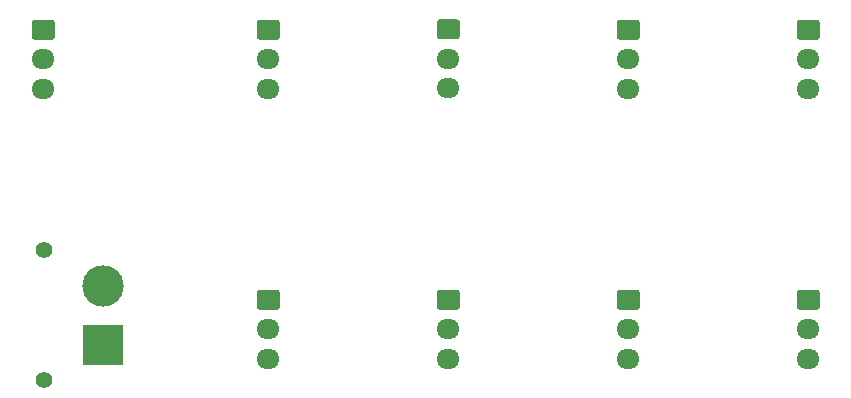
<source format=gbr>
%TF.GenerationSoftware,KiCad,Pcbnew,(5.1.9)-1*%
%TF.CreationDate,2021-07-19T11:38:20+01:00*%
%TF.ProjectId,2S-parallel-board,32532d70-6172-4616-9c6c-656c2d626f61,rev?*%
%TF.SameCoordinates,Original*%
%TF.FileFunction,Soldermask,Bot*%
%TF.FilePolarity,Negative*%
%FSLAX46Y46*%
G04 Gerber Fmt 4.6, Leading zero omitted, Abs format (unit mm)*
G04 Created by KiCad (PCBNEW (5.1.9)-1) date 2021-07-19 11:38:20*
%MOMM*%
%LPD*%
G01*
G04 APERTURE LIST*
%ADD10C,3.500000*%
%ADD11R,3.500000X3.500000*%
%ADD12C,1.400000*%
%ADD13O,1.950000X1.700000*%
G04 APERTURE END LIST*
D10*
%TO.C,J9*%
X91440000Y-120730000D03*
D11*
X91440000Y-125730000D03*
D12*
X86440000Y-117730000D03*
X86440000Y-128730000D03*
%TD*%
D13*
%TO.C,J10*%
X86360000Y-104060000D03*
X86360000Y-101560000D03*
G36*
G01*
X85635000Y-98210000D02*
X87085000Y-98210000D01*
G75*
G02*
X87335000Y-98460000I0J-250000D01*
G01*
X87335000Y-99660000D01*
G75*
G02*
X87085000Y-99910000I-250000J0D01*
G01*
X85635000Y-99910000D01*
G75*
G02*
X85385000Y-99660000I0J250000D01*
G01*
X85385000Y-98460000D01*
G75*
G02*
X85635000Y-98210000I250000J0D01*
G01*
G37*
%TD*%
%TO.C,J8*%
X151130000Y-126920000D03*
X151130000Y-124420000D03*
G36*
G01*
X150405000Y-121070000D02*
X151855000Y-121070000D01*
G75*
G02*
X152105000Y-121320000I0J-250000D01*
G01*
X152105000Y-122520000D01*
G75*
G02*
X151855000Y-122770000I-250000J0D01*
G01*
X150405000Y-122770000D01*
G75*
G02*
X150155000Y-122520000I0J250000D01*
G01*
X150155000Y-121320000D01*
G75*
G02*
X150405000Y-121070000I250000J0D01*
G01*
G37*
%TD*%
%TO.C,J7*%
X135890000Y-126920000D03*
X135890000Y-124420000D03*
G36*
G01*
X135165000Y-121070000D02*
X136615000Y-121070000D01*
G75*
G02*
X136865000Y-121320000I0J-250000D01*
G01*
X136865000Y-122520000D01*
G75*
G02*
X136615000Y-122770000I-250000J0D01*
G01*
X135165000Y-122770000D01*
G75*
G02*
X134915000Y-122520000I0J250000D01*
G01*
X134915000Y-121320000D01*
G75*
G02*
X135165000Y-121070000I250000J0D01*
G01*
G37*
%TD*%
%TO.C,J6*%
X120650000Y-126920000D03*
X120650000Y-124420000D03*
G36*
G01*
X119925000Y-121070000D02*
X121375000Y-121070000D01*
G75*
G02*
X121625000Y-121320000I0J-250000D01*
G01*
X121625000Y-122520000D01*
G75*
G02*
X121375000Y-122770000I-250000J0D01*
G01*
X119925000Y-122770000D01*
G75*
G02*
X119675000Y-122520000I0J250000D01*
G01*
X119675000Y-121320000D01*
G75*
G02*
X119925000Y-121070000I250000J0D01*
G01*
G37*
%TD*%
%TO.C,J5*%
X105410000Y-126920000D03*
X105410000Y-124420000D03*
G36*
G01*
X104685000Y-121070000D02*
X106135000Y-121070000D01*
G75*
G02*
X106385000Y-121320000I0J-250000D01*
G01*
X106385000Y-122520000D01*
G75*
G02*
X106135000Y-122770000I-250000J0D01*
G01*
X104685000Y-122770000D01*
G75*
G02*
X104435000Y-122520000I0J250000D01*
G01*
X104435000Y-121320000D01*
G75*
G02*
X104685000Y-121070000I250000J0D01*
G01*
G37*
%TD*%
%TO.C,J4*%
X151130000Y-104060000D03*
X151130000Y-101560000D03*
G36*
G01*
X150405000Y-98210000D02*
X151855000Y-98210000D01*
G75*
G02*
X152105000Y-98460000I0J-250000D01*
G01*
X152105000Y-99660000D01*
G75*
G02*
X151855000Y-99910000I-250000J0D01*
G01*
X150405000Y-99910000D01*
G75*
G02*
X150155000Y-99660000I0J250000D01*
G01*
X150155000Y-98460000D01*
G75*
G02*
X150405000Y-98210000I250000J0D01*
G01*
G37*
%TD*%
%TO.C,J3*%
X135890000Y-104060000D03*
X135890000Y-101560000D03*
G36*
G01*
X135165000Y-98210000D02*
X136615000Y-98210000D01*
G75*
G02*
X136865000Y-98460000I0J-250000D01*
G01*
X136865000Y-99660000D01*
G75*
G02*
X136615000Y-99910000I-250000J0D01*
G01*
X135165000Y-99910000D01*
G75*
G02*
X134915000Y-99660000I0J250000D01*
G01*
X134915000Y-98460000D01*
G75*
G02*
X135165000Y-98210000I250000J0D01*
G01*
G37*
%TD*%
%TO.C,J2*%
X120650000Y-104020000D03*
X120650000Y-101520000D03*
G36*
G01*
X119925000Y-98170000D02*
X121375000Y-98170000D01*
G75*
G02*
X121625000Y-98420000I0J-250000D01*
G01*
X121625000Y-99620000D01*
G75*
G02*
X121375000Y-99870000I-250000J0D01*
G01*
X119925000Y-99870000D01*
G75*
G02*
X119675000Y-99620000I0J250000D01*
G01*
X119675000Y-98420000D01*
G75*
G02*
X119925000Y-98170000I250000J0D01*
G01*
G37*
%TD*%
%TO.C,J1*%
X105410000Y-104060000D03*
X105410000Y-101560000D03*
G36*
G01*
X104685000Y-98210000D02*
X106135000Y-98210000D01*
G75*
G02*
X106385000Y-98460000I0J-250000D01*
G01*
X106385000Y-99660000D01*
G75*
G02*
X106135000Y-99910000I-250000J0D01*
G01*
X104685000Y-99910000D01*
G75*
G02*
X104435000Y-99660000I0J250000D01*
G01*
X104435000Y-98460000D01*
G75*
G02*
X104685000Y-98210000I250000J0D01*
G01*
G37*
%TD*%
M02*

</source>
